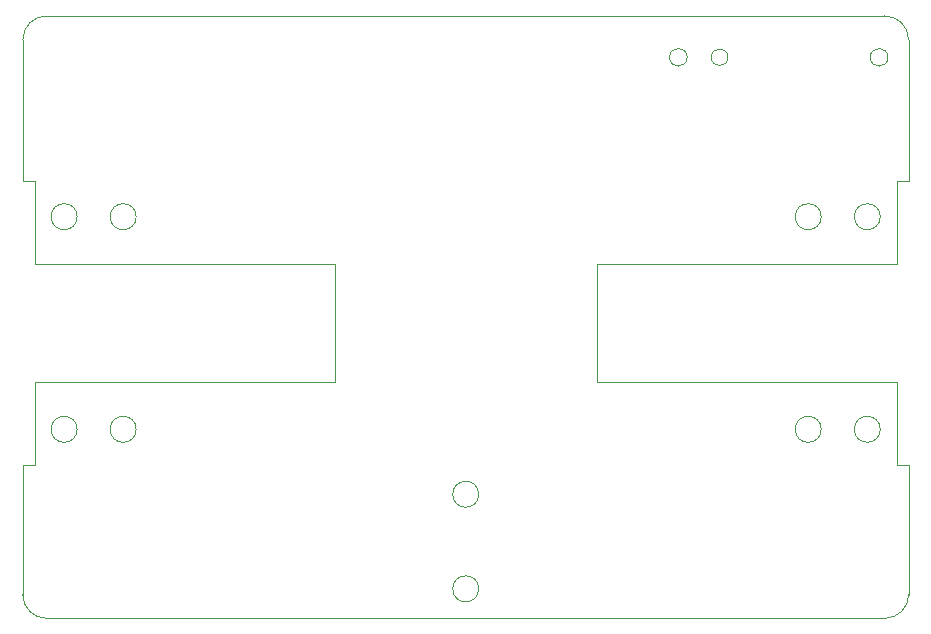
<source format=gm1>
G04*
G04 #@! TF.GenerationSoftware,Altium Limited,Altium Designer,20.1.14 (287)*
G04*
G04 Layer_Color=16711935*
%FSLAX44Y44*%
%MOMM*%
G71*
G04*
G04 #@! TF.SameCoordinates,68B961FB-D7BC-4543-97B4-895A999656FA*
G04*
G04*
G04 #@! TF.FilePolarity,Positive*
G04*
G01*
G75*
%ADD10C,0.1000*%
D10*
X386036Y24971D02*
G03*
X386036Y24971I-11000J0D01*
G01*
Y104971D02*
G03*
X386036Y104971I-11000J0D01*
G01*
X46000Y340000D02*
G03*
X46000Y340000I-11000J0D01*
G01*
X676000D02*
G03*
X676000Y340000I-11000J0D01*
G01*
X96000Y160000D02*
G03*
X96000Y160000I-11000J0D01*
G01*
X726000D02*
G03*
X726000Y160000I-11000J0D01*
G01*
X96000Y340000D02*
G03*
X96000Y340000I-11000J0D01*
G01*
X726000D02*
G03*
X726000Y340000I-11000J0D01*
G01*
X46000Y160000D02*
G03*
X46000Y160000I-11000J0D01*
G01*
X676000D02*
G03*
X676000Y160000I-11000J0D01*
G01*
X0Y20000D02*
G03*
X20000Y0I20000J0D01*
G01*
X730036Y-29D02*
G03*
X750029Y20000I-36J20029D01*
G01*
X750036Y489906D02*
G03*
X729536Y509965I-20036J29D01*
G01*
X20036Y509971D02*
G03*
X29Y490000I-36J-19971D01*
G01*
X562536Y474971D02*
G03*
X562536Y474971I-7500J0D01*
G01*
X597107D02*
G03*
X597107Y474971I-7071J0D01*
G01*
X732536D02*
G03*
X732536Y474971I-7500J0D01*
G01*
X20000Y0D02*
X360036Y-29D01*
X750000Y130000D02*
X750029Y20000D01*
X0Y370000D02*
X29Y490000D01*
X360036Y-29D02*
X390036D01*
X730036D01*
X740000Y130000D02*
X750000D01*
X740000D02*
Y200000D01*
X486000D02*
X740000D01*
X486000D02*
Y300000D01*
X740000D01*
Y370000D01*
X750000D01*
X750036Y489906D01*
X20036Y509971D02*
X729536Y509965D01*
X0Y370000D02*
X10000D01*
Y300000D02*
Y370000D01*
Y300000D02*
X264000D01*
Y200000D02*
Y300000D01*
X10000Y200000D02*
X264000D01*
X10000Y130000D02*
Y200000D01*
X0Y130000D02*
X10000D01*
X0Y20000D02*
Y130000D01*
M02*

</source>
